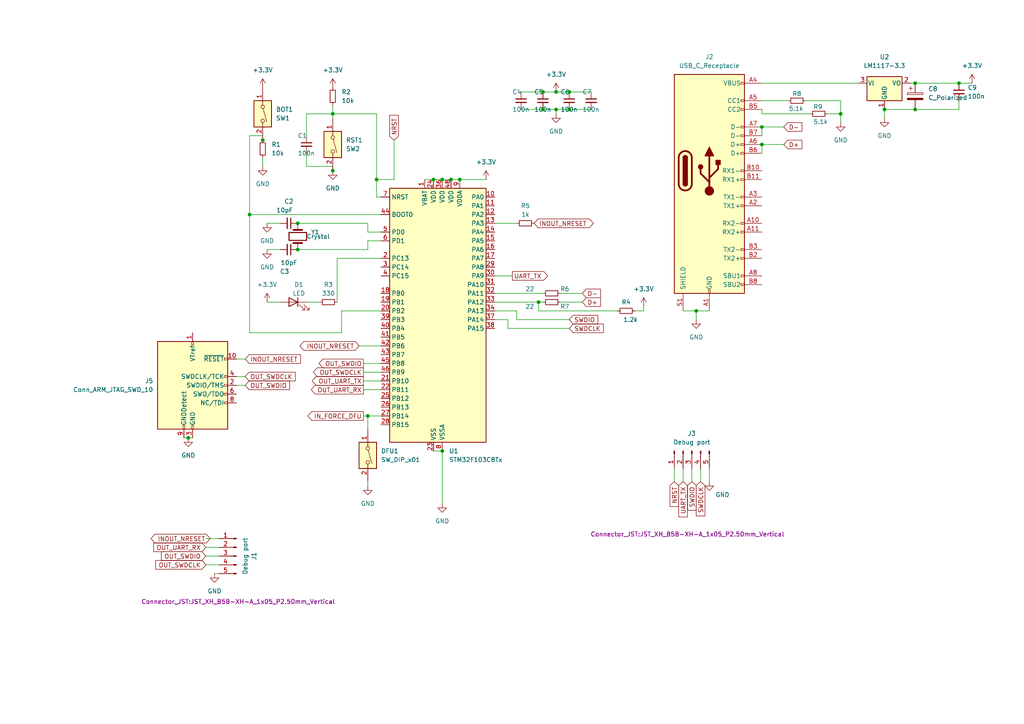
<source format=kicad_sch>
(kicad_sch (version 20240101) (generator "eeschema") (generator_version "8.99")
  (paper "A4")
  (lib_symbols
    (symbol "Connector:Conn_01x05_Male" (pin_names (offset 1.016) hide)
      (property "Reference" "J" (at 0 7.62 0))
      (property "Value" "Conn_01x05_Male" (at 0 -7.62 0))
      (symbol "Conn_01x05_Male_1_1"
        (polyline (pts (xy 1.27 -5.08) (xy 0.8636 -5.08)) (stroke (width 0.1524)))
        (polyline (pts (xy 1.27 -2.54) (xy 0.8636 -2.54)) (stroke (width 0.1524)))
        (polyline (pts (xy 1.27 0) (xy 0.8636 0)) (stroke (width 0.1524)))
        (polyline (pts (xy 1.27 2.54) (xy 0.8636 2.54)) (stroke (width 0.1524)))
        (polyline (pts (xy 1.27 5.08) (xy 0.8636 5.08)) (stroke (width 0.1524)))
        (rectangle (start 0.8636 -4.953) (end 0 -5.207) (stroke (width 0.1524)) (fill (type outline)))
        (rectangle (start 0.8636 -2.413) (end 0 -2.667) (stroke (width 0.1524)) (fill (type outline)))
        (rectangle (start 0.8636 0.127) (end 0 -0.127) (stroke (width 0.1524)) (fill (type outline)))
        (rectangle (start 0.8636 2.667) (end 0 2.413) (stroke (width 0.1524)) (fill (type outline)))
        (rectangle (start 0.8636 5.207) (end 0 4.953) (stroke (width 0.1524)) (fill (type outline)))
        (pin passive line (at 5.08 5.08 180) (length 3.81) (name "Pin_1") (number "1"))
        (pin passive line (at 5.08 2.54 180) (length 3.81) (name "Pin_2") (number "2"))
        (pin passive line (at 5.08 0 180) (length 3.81) (name "Pin_3") (number "3"))
        (pin passive line (at 5.08 -2.54 180) (length 3.81) (name "Pin_4") (number "4"))
        (pin passive line (at 5.08 -5.08 180) (length 3.81) (name "Pin_5") (number "5"))
      )
    )
    (symbol "Connector:Conn_ARM_JTAG_SWD_10" (pin_names (offset 1.016))
      (property "Reference" "J" (at -2.54 16.51 0))
      (property "Value" "Conn_ARM_JTAG_SWD_10" (at -2.54 13.97 0))
      (symbol "Conn_ARM_JTAG_SWD_10_0_1"
        (rectangle (start -10.16 12.7) (end 10.16 -12.7) (stroke (width 0.254)) (fill (type background)))
        (rectangle (start -2.794 -12.7) (end -2.286 -11.684))
        (rectangle (start -0.254 -12.7) (end 0.254 -11.684))
        (rectangle (start -0.254 12.7) (end 0.254 11.684))
        (rectangle (start 9.144 2.286) (end 10.16 2.794))
        (rectangle (start 10.16 -2.794) (end 9.144 -2.286))
        (rectangle (start 10.16 -0.254) (end 9.144 0.254))
        (rectangle (start 10.16 7.874) (end 9.144 7.366))
      )
      (symbol "Conn_ARM_JTAG_SWD_10_1_1"
        (rectangle (start 9.144 -5.334) (end 10.16 -4.826))
        (pin power_in line (at 0 15.24 270) (length 2.54) (name "VTref") (number "1"))
        (pin open_collector line (at 12.7 7.62 180) (length 2.54) (name "~{RESET}") (number "10"))
        (pin bidirectional line (at 12.7 0 180) (length 2.54) (name "SWDIO/TMS") (number "2"))
        (pin power_in line (at 0 -15.24 90) (length 2.54) (name "GND") (number "3"))
        (pin output line (at 12.7 2.54 180) (length 2.54) (name "SWDCLK/TCK") (number "4"))
        (pin passive line (at 0 -15.24 90) (length 2.54) hide (name "GND") (number "5"))
        (pin input line (at 12.7 -2.54 180) (length 2.54) (name "SWO/TDO") (number "6"))
        (pin no_connect line (at -10.16 0 0) (length 2.54) hide (name "KEY") (number "7"))
        (pin output line (at 12.7 -5.08 180) (length 2.54) (name "NC/TDI") (number "8"))
        (pin passive line (at -2.54 -15.24 90) (length 2.54) (name "GNDDetect") (number "9"))
      )
    )
    (symbol "Connector:USB_C_Receptacle" (pin_names (offset 1.016))
      (property "Reference" "J" (at -10.16 29.21 0))
      (property "Value" "USB_C_Receptacle" (at 10.16 29.21 0))
      (symbol "USB_C_Receptacle_0_0"
        (rectangle (start -0.254 -35.56) (end 0.254 -34.544))
        (rectangle (start 10.16 -32.766) (end 9.144 -33.274))
        (rectangle (start 10.16 -30.226) (end 9.144 -30.734))
        (rectangle (start 10.16 -25.146) (end 9.144 -25.654))
        (rectangle (start 10.16 -22.606) (end 9.144 -23.114))
        (rectangle (start 10.16 -17.526) (end 9.144 -18.034))
        (rectangle (start 10.16 -14.986) (end 9.144 -15.494))
        (rectangle (start 10.16 -9.906) (end 9.144 -10.414))
        (rectangle (start 10.16 -7.366) (end 9.144 -7.874))
        (rectangle (start 10.16 -2.286) (end 9.144 -2.794))
        (rectangle (start 10.16 0.254) (end 9.144 -0.254))
        (rectangle (start 10.16 5.334) (end 9.144 4.826))
        (rectangle (start 10.16 7.874) (end 9.144 7.366))
        (rectangle (start 10.16 10.414) (end 9.144 9.906))
        (rectangle (start 10.16 12.954) (end 9.144 12.446))
        (rectangle (start 10.16 18.034) (end 9.144 17.526))
        (rectangle (start 10.16 20.574) (end 9.144 20.066))
        (rectangle (start 10.16 25.654) (end 9.144 25.146))
      )
      (symbol "USB_C_Receptacle_0_1"
        (rectangle (start -10.16 27.94) (end 10.16 -35.56) (stroke (width 0.254)) (fill (type background)))
        (arc (start -8.89 -3.81) (mid -6.985 -5.7067) (end -5.08 -3.81) (stroke (width 0.508)))
        (arc (start -7.62 -3.81) (mid -6.985 -4.4423) (end -6.35 -3.81) (stroke (width 0.254)))
        (arc (start -7.62 -3.81) (mid -6.985 -4.4423) (end -6.35 -3.81) (stroke (width 0.254)) (fill (type outline)))
        (rectangle (start -7.62 -3.81) (end -6.35 3.81) (stroke (width 0.254)) (fill (type outline)))
        (arc (start -6.35 3.81) (mid -6.985 4.4423) (end -7.62 3.81) (stroke (width 0.254)))
        (arc (start -6.35 3.81) (mid -6.985 4.4423) (end -7.62 3.81) (stroke (width 0.254)) (fill (type outline)))
        (arc (start -5.08 3.81) (mid -6.985 5.7067) (end -8.89 3.81) (stroke (width 0.508)))
        (polyline (pts (xy -8.89 -3.81) (xy -8.89 3.81)) (stroke (width 0.508)))
        (polyline (pts (xy -5.08 3.81) (xy -5.08 -3.81)) (stroke (width 0.508)))
      )
      (symbol "USB_C_Receptacle_1_1"
        (circle (center -2.54 1.143) (radius 0.635) (stroke (width 0.254)) (fill (type outline)))
        (circle (center 0 -5.842) (radius 1.27) (fill (type outline)))
        (polyline (pts (xy 0 -5.842) (xy 0 4.318)) (stroke (width 0.508)))
        (polyline (pts (xy 0 -3.302) (xy -2.54 -0.762) (xy -2.54 0.508)) (stroke (width 0.508)))
        (polyline (pts (xy 0 -2.032) (xy 2.54 0.508) (xy 2.54 1.778)) (stroke (width 0.508)))
        (polyline (pts (xy -1.27 4.318) (xy 0 6.858) (xy 1.27 4.318) (xy -1.27 4.318)) (stroke (width 0.254)) (fill (type outline)))
        (rectangle (start 1.905 1.778) (end 3.175 3.048) (stroke (width 0.254)) (fill (type outline)))
        (pin passive line (at 0 -40.64 90) (length 5.08) (name "GND") (number "A1"))
        (pin bidirectional line (at 15.24 -15.24 180) (length 5.08) (name "RX2-") (number "A10"))
        (pin bidirectional line (at 15.24 -17.78 180) (length 5.08) (name "RX2+") (number "A11"))
        (pin passive line (at 0 -40.64 90) (length 5.08) hide (name "GND") (number "A12"))
        (pin bidirectional line (at 15.24 -10.16 180) (length 5.08) (name "TX1+") (number "A2"))
        (pin bidirectional line (at 15.24 -7.62 180) (length 5.08) (name "TX1-") (number "A3"))
        (pin passive line (at 15.24 25.4 180) (length 5.08) (name "VBUS") (number "A4"))
        (pin bidirectional line (at 15.24 20.32 180) (length 5.08) (name "CC1") (number "A5"))
        (pin bidirectional line (at 15.24 7.62 180) (length 5.08) (name "D+") (number "A6"))
        (pin bidirectional line (at 15.24 12.7 180) (length 5.08) (name "D-") (number "A7"))
        (pin bidirectional line (at 15.24 -30.48 180) (length 5.08) (name "SBU1") (number "A8"))
        (pin passive line (at 15.24 25.4 180) (length 5.08) hide (name "VBUS") (number "A9"))
        (pin passive line (at 0 -40.64 90) (length 5.08) hide (name "GND") (number "B1"))
        (pin bidirectional line (at 15.24 0 180) (length 5.08) (name "RX1-") (number "B10"))
        (pin bidirectional line (at 15.24 -2.54 180) (length 5.08) (name "RX1+") (number "B11"))
        (pin passive line (at 0 -40.64 90) (length 5.08) hide (name "GND") (number "B12"))
        (pin bidirectional line (at 15.24 -25.4 180) (length 5.08) (name "TX2+") (number "B2"))
        (pin bidirectional line (at 15.24 -22.86 180) (length 5.08) (name "TX2-") (number "B3"))
        (pin passive line (at 15.24 25.4 180) (length 5.08) hide (name "VBUS") (number "B4"))
        (pin bidirectional line (at 15.24 17.78 180) (length 5.08) (name "CC2") (number "B5"))
        (pin bidirectional line (at 15.24 5.08 180) (length 5.08) (name "D+") (number "B6"))
        (pin bidirectional line (at 15.24 10.16 180) (length 5.08) (name "D-") (number "B7"))
        (pin bidirectional line (at 15.24 -33.02 180) (length 5.08) (name "SBU2") (number "B8"))
        (pin passive line (at 15.24 25.4 180) (length 5.08) hide (name "VBUS") (number "B9"))
        (pin passive line (at -7.62 -40.64 90) (length 5.08) (name "SHIELD") (number "S1"))
      )
    )
    (symbol "Device:C_Polarized" (pin_numbers hide) (pin_names (offset 0.254))
      (property "Reference" "C" (at 0.635 2.54 0))
      (property "Value" "C_Polarized" (at 0.635 -2.54 0))
      (symbol "C_Polarized_0_1"
        (rectangle (start -2.286 0.508) (end 2.286 1.016))
        (polyline (pts (xy -1.778 2.286) (xy -0.762 2.286)))
        (polyline (pts (xy -1.27 2.794) (xy -1.27 1.778)))
        (rectangle (start 2.286 -0.508) (end -2.286 -1.016) (fill (type outline)))
      )
      (symbol "C_Polarized_1_1"
        (pin passive line (at 0 3.81 270) (length 2.794) (name "~") (number "1"))
        (pin passive line (at 0 -3.81 90) (length 2.794) (name "~") (number "2"))
      )
    )
    (symbol "Device:C_Small" (pin_numbers hide) (pin_names (offset 0.254) hide)
      (property "Reference" "C" (at 0.254 1.778 0))
      (property "Value" "C_Small" (at 0.254 -2.032 0))
      (symbol "C_Small_0_1"
        (polyline (pts (xy -1.524 -0.508) (xy 1.524 -0.508)) (stroke (width 0.3302)))
        (polyline (pts (xy -1.524 0.508) (xy 1.524 0.508)) (stroke (width 0.3048)))
      )
      (symbol "C_Small_1_1"
        (pin passive line (at 0 2.54 270) (length 2.032) (name "~") (number "1"))
        (pin passive line (at 0 -2.54 90) (length 2.032) (name "~") (number "2"))
      )
    )
    (symbol "Device:Crystal" (pin_numbers hide) (pin_names (offset 1.016) hide)
      (property "Reference" "Y" (at 0 3.81 0))
      (property "Value" "Crystal" (at 0 -3.81 0))
      (symbol "Crystal_0_1"
        (rectangle (start -1.143 2.54) (end 1.143 -2.54) (stroke (width 0.3048)))
        (polyline (pts (xy -2.54 0) (xy -1.905 0)))
        (polyline (pts (xy -1.905 -1.27) (xy -1.905 1.27)) (stroke (width 0.508)))
        (polyline (pts (xy 1.905 -1.27) (xy 1.905 1.27)) (stroke (width 0.508)))
        (polyline (pts (xy 2.54 0) (xy 1.905 0)))
      )
      (symbol "Crystal_1_1"
        (pin passive line (at -3.81 0 0) (length 1.27) (name "1") (number "1"))
        (pin passive line (at 3.81 0 180) (length 1.27) (name "2") (number "2"))
      )
    )
    (symbol "Device:LED" (pin_numbers hide) (pin_names (offset 1.016) hide)
      (property "Reference" "D" (at 0 2.54 0))
      (property "Value" "LED" (at 0 -2.54 0))
      (symbol "LED_0_1"
        (polyline (pts (xy -1.27 -1.27) (xy -1.27 1.27)) (stroke (width 0.254)))
        (polyline (pts (xy -1.27 0) (xy 1.27 0)))
        (polyline (pts (xy 1.27 -1.27) (xy 1.27 1.27) (xy -1.27 0) (xy 1.27 -1.27)) (stroke (width 0.254)))
        (polyline (pts (xy -3.048 -0.762) (xy -4.572 -2.286) (xy -3.81 -2.286) (xy -4.572 -2.286) (xy -4.572 -1.524)))
        (polyline (pts (xy -1.778 -0.762) (xy -3.302 -2.286) (xy -2.54 -2.286) (xy -3.302 -2.286) (xy -3.302 -1.524)))
      )
      (symbol "LED_1_1"
        (pin passive line (at -3.81 0 0) (length 2.54) (name "K") (number "1"))
        (pin passive line (at 3.81 0 180) (length 2.54) (name "A") (number "2"))
      )
    )
    (symbol "Device:R_Small" (pin_numbers hide) (pin_names (offset 0.254) hide)
      (property "Reference" "R" (at 0.762 0.508 0))
      (property "Value" "R_Small" (at 0.762 -1.016 0))
      (symbol "R_Small_0_1"
        (rectangle (start -0.762 1.778) (end 0.762 -1.778) (stroke (width 0.2032)))
      )
      (symbol "R_Small_1_1"
        (pin passive line (at 0 2.54 270) (length 0.762) (name "~") (number "1"))
        (pin passive line (at 0 -2.54 90) (length 0.762) (name "~") (number "2"))
      )
    )
    (symbol "MCU_ST_STM32F1:STM32F103CBTx"
      (property "Reference" "U" (at -12.7 39.37 0))
      (property "Value" "STM32F103CBTx" (at 10.16 39.37 0))
      (symbol "STM32F103CBTx_0_1"
        (rectangle (start -12.7 -35.56) (end 15.24 38.1) (stroke (width 0.254)) (fill (type background)))
      )
      (symbol "STM32F103CBTx_1_1"
        (pin power_in line (at -2.54 40.64 270) (length 2.54) (name "VBAT") (number "1"))
        (pin bidirectional line (at 17.78 35.56 180) (length 2.54) (name "PA0") (number "10"))
        (pin bidirectional line (at 17.78 33.02 180) (length 2.54) (name "PA1") (number "11"))
        (pin bidirectional line (at 17.78 30.48 180) (length 2.54) (name "PA2") (number "12"))
        (pin bidirectional line (at 17.78 27.94 180) (length 2.54) (name "PA3") (number "13"))
        (pin bidirectional line (at 17.78 25.4 180) (length 2.54) (name "PA4") (number "14"))
        (pin bidirectional line (at 17.78 22.86 180) (length 2.54) (name "PA5") (number "15"))
        (pin bidirectional line (at 17.78 20.32 180) (length 2.54) (name "PA6") (number "16"))
        (pin bidirectional line (at 17.78 17.78 180) (length 2.54) (name "PA7") (number "17"))
        (pin bidirectional line (at -15.24 7.62 0) (length 2.54) (name "PB0") (number "18"))
        (pin bidirectional line (at -15.24 5.08 0) (length 2.54) (name "PB1") (number "19"))
        (pin bidirectional line (at -15.24 17.78 0) (length 2.54) (name "PC13") (number "2"))
        (pin bidirectional line (at -15.24 2.54 0) (length 2.54) (name "PB2") (number "20"))
        (pin bidirectional line (at -15.24 -17.78 0) (length 2.54) (name "PB10") (number "21"))
        (pin bidirectional line (at -15.24 -20.32 0) (length 2.54) (name "PB11") (number "22"))
        (pin power_in line (at 0 -38.1 90) (length 2.54) (name "VSS") (number "23"))
        (pin power_in line (at 0 40.64 270) (length 2.54) (name "VDD") (number "24"))
        (pin bidirectional line (at -15.24 -22.86 0) (length 2.54) (name "PB12") (number "25"))
        (pin bidirectional line (at -15.24 -25.4 0) (length 2.54) (name "PB13") (number "26"))
        (pin bidirectional line (at -15.24 -27.94 0) (length 2.54) (name "PB14") (number "27"))
        (pin bidirectional line (at -15.24 -30.48 0) (length 2.54) (name "PB15") (number "28"))
        (pin bidirectional line (at 17.78 15.24 180) (length 2.54) (name "PA8") (number "29"))
        (pin bidirectional line (at -15.24 15.24 0) (length 2.54) (name "PC14") (number "3"))
        (pin bidirectional line (at 17.78 12.7 180) (length 2.54) (name "PA9") (number "30"))
        (pin bidirectional line (at 17.78 10.16 180) (length 2.54) (name "PA10") (number "31"))
        (pin bidirectional line (at 17.78 7.62 180) (length 2.54) (name "PA11") (number "32"))
        (pin bidirectional line (at 17.78 5.08 180) (length 2.54) (name "PA12") (number "33"))
        (pin bidirectional line (at 17.78 2.54 180) (length 2.54) (name "PA13") (number "34"))
        (pin passive line (at 0 -38.1 90) (length 2.54) hide (name "VSS") (number "35"))
        (pin power_in line (at 2.54 40.64 270) (length 2.54) (name "VDD") (number "36"))
        (pin bidirectional line (at 17.78 0 180) (length 2.54) (name "PA14") (number "37"))
        (pin bidirectional line (at 17.78 -2.54 180) (length 2.54) (name "PA15") (number "38"))
        (pin bidirectional line (at -15.24 0 0) (length 2.54) (name "PB3") (number "39"))
        (pin bidirectional line (at -15.24 12.7 0) (length 2.54) (name "PC15") (number "4"))
        (pin bidirectional line (at -15.24 -2.54 0) (length 2.54) (name "PB4") (number "40"))
        (pin bidirectional line (at -15.24 -5.08 0) (length 2.54) (name "PB5") (number "41"))
        (pin bidirectional line (at -15.24 -7.62 0) (length 2.54) (name "PB6") (number "42"))
        (pin bidirectional line (at -15.24 -10.16 0) (length 2.54) (name "PB7") (number "43"))
        (pin input line (at -15.24 30.48 0) (length 2.54) (name "BOOT0") (number "44"))
        (pin bidirectional line (at -15.24 -12.7 0) (length 2.54) (name "PB8") (number "45"))
        (pin bidirectional line (at -15.24 -15.24 0) (length 2.54) (name "PB9") (number "46"))
        (pin passive line (at 0 -38.1 90) (length 2.54) hide (name "VSS") (number "47"))
        (pin power_in line (at 5.08 40.64 270) (length 2.54) (name "VDD") (number "48"))
        (pin bidirectional line (at -15.24 25.4 0) (length 2.54) (name "PD0") (number "5"))
        (pin bidirectional line (at -15.24 22.86 0) (length 2.54) (name "PD1") (number "6"))
        (pin input line (at -15.24 35.56 0) (length 2.54) (name "NRST") (number "7"))
        (pin power_in line (at 2.54 -38.1 90) (length 2.54) (name "VSSA") (number "8"))
        (pin power_in line (at 7.62 40.64 270) (length 2.54) (name "VDDA") (number "9"))
      )
    )
    (symbol "Regulator_Linear:LM1117-3.3" (pin_names (offset 0.254))
      (property "Reference" "U" (at -3.81 3.175 0))
      (property "Value" "LM1117-3.3" (at 0 3.175 0))
      (symbol "LM1117-3.3_0_1"
        (rectangle (start -5.08 -5.08) (end 5.08 1.905) (stroke (width 0.254)) (fill (type background)))
      )
      (symbol "LM1117-3.3_1_1"
        (pin power_in line (at 0 -7.62 90) (length 2.54) (name "GND") (number "1"))
        (pin power_out line (at 7.62 0 180) (length 2.54) (name "VO") (number "2"))
        (pin power_in line (at -7.62 0 0) (length 2.54) (name "VI") (number "3"))
      )
    )
    (symbol "Switch:SW_DIP_x01" (pin_names (offset 0) hide)
      (property "Reference" "SW" (at 0 3.81 0))
      (property "Value" "SW_DIP_x01" (at 0 -3.81 0))
      (symbol "SW_DIP_x01_0_0"
        (circle (center -2.032 0) (radius 0.508))
        (polyline (pts (xy -1.524 0.127) (xy 2.3622 1.1684)))
        (circle (center 2.032 0) (radius 0.508))
      )
      (symbol "SW_DIP_x01_0_1"
        (rectangle (start -3.81 2.54) (end 3.81 -2.54) (stroke (width 0.254)) (fill (type background)))
      )
      (symbol "SW_DIP_x01_1_1"
        (pin passive line (at -7.62 0 0) (length 5.08) (name "~") (number "1"))
        (pin passive line (at 7.62 0 180) (length 5.08) (name "~") (number "2"))
      )
    )
    (symbol "power:+3.3V" (power) (pin_names (offset 0))
      (property "Value" "+3.3V" (at 0 3.556 0))
      (symbol "+3.3V_0_1"
        (polyline (pts (xy -0.762 1.27) (xy 0 2.54)))
        (polyline (pts (xy 0 0) (xy 0 2.54)))
        (polyline (pts (xy 0 2.54) (xy 0.762 1.27)))
      )
      (symbol "+3.3V_1_1"
        (pin power_in line (at 0 0 90) (length 0) hide (name "+3.3V") (number "1"))
      )
    )
    (symbol "power:GND" (power) (pin_names (offset 0))
      (property "Value" "GND" (at 0 -3.81 0))
      (symbol "GND_0_1"
        (polyline (pts (xy 0 0) (xy 0 -1.27) (xy 1.27 -1.27) (xy 0 -2.54) (xy -1.27 -1.27) (xy 0 -1.27)))
      )
      (symbol "GND_1_1"
        (pin power_in line (at 0 0 270) (length 0) hide (name "GND") (number "1"))
      )
    )
  )
  (junction (at 157.48 31.75))
  (junction (at 165.1 26.67))
  (junction (at 86.36 72.39))
  (junction (at 54.61 127))
  (junction (at 157.48 26.67))
  (junction (at 96.52 33.02))
  (junction (at 161.29 26.67))
  (junction (at 130.81 52.07))
  (junction (at 76.2 40.64))
  (junction (at 220.98 41.91))
  (junction (at 220.98 36.83))
  (junction (at 156.21 87.63))
  (junction (at 265.43 24.13))
  (junction (at 86.36 64.77))
  (junction (at 256.54 31.75))
  (junction (at 128.27 130.81))
  (junction (at 128.27 52.07))
  (junction (at 243.84 33.02))
  (junction (at 278.13 24.13))
  (junction (at 109.22 52.07))
  (junction (at 265.43 31.75))
  (junction (at 165.1 31.75))
  (junction (at 125.73 52.07))
  (junction (at 96.52 49.53))
  (junction (at 133.35 52.07))
  (junction (at 106.68 120.65))
  (junction (at 72.39 62.23))
  (junction (at 201.93 90.17))
  (junction (at 161.29 31.75))
  (wire (pts (xy 143.51 80.01) (xy 148.59 80.01)))
  (wire (pts (xy 128.27 52.07) (xy 130.81 52.07)))
  (wire (pts (xy 106.68 67.31) (xy 110.49 67.31)))
  (wire (pts (xy 157.48 31.75) (xy 161.29 31.75)))
  (wire (pts (xy 106.68 120.65) (xy 106.68 124.46)))
  (wire (pts (xy 265.43 31.75) (xy 278.13 31.75)))
  (wire (pts (xy 162.56 85.09) (xy 168.91 85.09)))
  (wire (pts (xy 96.52 30.48) (xy 96.52 33.02)))
  (wire (pts (xy 256.54 31.75) (xy 265.43 31.75)))
  (wire (pts (xy 265.43 24.13) (xy 278.13 24.13)))
  (wire (pts (xy 106.68 72.39) (xy 106.68 69.85)))
  (wire (pts (xy 96.52 33.02) (xy 109.22 33.02)))
  (wire (pts (xy 220.98 24.13) (xy 248.92 24.13)))
  (wire (pts (xy 125.73 130.81) (xy 128.27 130.81)))
  (wire (pts (xy 59.69 156.21) (xy 63.5 156.21)))
  (wire (pts (xy 99.06 90.17) (xy 110.49 90.17)))
  (wire (pts (xy 278.13 24.13) (xy 281.94 24.13)))
  (wire (pts (xy 278.13 29.21) (xy 278.13 31.75)))
  (wire (pts (xy 62.23 166.37) (xy 63.5 166.37)))
  (wire (pts (xy 256.54 31.75) (xy 256.54 34.29)))
  (wire (pts (xy 97.79 74.93) (xy 97.79 87.63)))
  (wire (pts (xy 200.66 135.89) (xy 200.66 139.7)))
  (wire (pts (xy 233.68 29.21) (xy 243.84 29.21)))
  (wire (pts (xy 96.52 48.26) (xy 96.52 49.53)))
  (wire (pts (xy 156.21 87.63) (xy 156.21 90.17)))
  (wire (pts (xy 114.3 40.64) (xy 114.3 52.07)))
  (wire (pts (xy 220.98 36.83) (xy 227.33 36.83)))
  (wire (pts (xy 203.2 135.89) (xy 203.2 139.7)))
  (wire (pts (xy 68.58 104.14) (xy 71.12 104.14)))
  (wire (pts (xy 220.98 33.02) (xy 220.98 31.75)))
  (wire (pts (xy 201.93 90.17) (xy 205.74 90.17)))
  (wire (pts (xy 133.35 52.07) (xy 140.97 52.07)))
  (wire (pts (xy 88.9 39.37) (xy 88.9 33.02)))
  (wire (pts (xy 88.9 87.63) (xy 92.71 87.63)))
  (wire (pts (xy 76.2 39.37) (xy 76.2 40.64)))
  (wire (pts (xy 88.9 44.45) (xy 88.9 48.26)))
  (wire (pts (xy 143.51 64.77) (xy 149.86 64.77)))
  (wire (pts (xy 53.34 127) (xy 54.61 127)))
  (wire (pts (xy 109.22 52.07) (xy 109.22 57.15)))
  (wire (pts (xy 106.68 64.77) (xy 106.68 67.31)))
  (wire (pts (xy 186.69 88.9) (xy 186.69 90.17)))
  (wire (pts (xy 59.69 161.29) (xy 63.5 161.29)))
  (wire (pts (xy 220.98 41.91) (xy 220.98 44.45)))
  (wire (pts (xy 68.58 111.76) (xy 71.12 111.76)))
  (wire (pts (xy 72.39 62.23) (xy 110.49 62.23)))
  (wire (pts (xy 143.51 92.71) (xy 147.32 92.71)))
  (wire (pts (xy 76.2 45.72) (xy 76.2 48.26)))
  (wire (pts (xy 123.19 52.07) (xy 125.73 52.07)))
  (wire (pts (xy 109.22 57.15) (xy 110.49 57.15)))
  (wire (pts (xy 161.29 31.75) (xy 165.1 31.75)))
  (wire (pts (xy 106.68 69.85) (xy 110.49 69.85)))
  (wire (pts (xy 128.27 130.81) (xy 128.27 146.05)))
  (wire (pts (xy 161.29 31.75) (xy 161.29 33.02)))
  (wire (pts (xy 243.84 33.02) (xy 243.84 35.56)))
  (wire (pts (xy 88.9 33.02) (xy 96.52 33.02)))
  (wire (pts (xy 54.61 127) (xy 55.88 127)))
  (wire (pts (xy 72.39 39.37) (xy 76.2 39.37)))
  (wire (pts (xy 104.14 100.33) (xy 110.49 100.33)))
  (wire (pts (xy 149.86 92.71) (xy 165.1 92.71)))
  (wire (pts (xy 96.52 33.02) (xy 96.52 34.29)))
  (wire (pts (xy 72.39 39.37) (xy 72.39 62.23)))
  (wire (pts (xy 59.69 158.75) (xy 63.5 158.75)))
  (wire (pts (xy 106.68 120.65) (xy 110.49 120.65)))
  (wire (pts (xy 161.29 26.67) (xy 165.1 26.67)))
  (wire (pts (xy 198.12 135.89) (xy 198.12 139.7)))
  (wire (pts (xy 88.9 48.26) (xy 96.52 48.26)))
  (wire (pts (xy 105.41 110.49) (xy 110.49 110.49)))
  (wire (pts (xy 77.47 72.39) (xy 81.28 72.39)))
  (wire (pts (xy 201.93 90.17) (xy 201.93 92.71)))
  (wire (pts (xy 125.73 52.07) (xy 128.27 52.07)))
  (wire (pts (xy 234.95 33.02) (xy 220.98 33.02)))
  (wire (pts (xy 105.41 113.03) (xy 110.49 113.03)))
  (wire (pts (xy 151.13 31.75) (xy 157.48 31.75)))
  (wire (pts (xy 179.07 90.17) (xy 156.21 90.17)))
  (wire (pts (xy 77.47 87.63) (xy 81.28 87.63)))
  (wire (pts (xy 220.98 41.91) (xy 227.33 41.91)))
  (wire (pts (xy 147.32 95.25) (xy 165.1 95.25)))
  (wire (pts (xy 86.36 72.39) (xy 106.68 72.39)))
  (wire (pts (xy 205.74 135.89) (xy 205.74 139.7)))
  (wire (pts (xy 114.3 52.07) (xy 109.22 52.07)))
  (wire (pts (xy 109.22 33.02) (xy 109.22 52.07)))
  (wire (pts (xy 86.36 64.77) (xy 106.68 64.77)))
  (wire (pts (xy 162.56 87.63) (xy 168.91 87.63)))
  (wire (pts (xy 220.98 29.21) (xy 228.6 29.21)))
  (wire (pts (xy 59.69 163.83) (xy 63.5 163.83)))
  (wire (pts (xy 110.49 74.93) (xy 97.79 74.93)))
  (wire (pts (xy 198.12 90.17) (xy 201.93 90.17)))
  (wire (pts (xy 195.58 135.89) (xy 195.58 139.7)))
  (wire (pts (xy 143.51 87.63) (xy 156.21 87.63)))
  (wire (pts (xy 143.51 85.09) (xy 157.48 85.09)))
  (wire (pts (xy 68.58 109.22) (xy 71.12 109.22)))
  (wire (pts (xy 165.1 31.75) (xy 171.45 31.75)))
  (wire (pts (xy 130.81 52.07) (xy 133.35 52.07)))
  (wire (pts (xy 240.03 33.02) (xy 243.84 33.02)))
  (wire (pts (xy 165.1 26.67) (xy 171.45 26.67)))
  (wire (pts (xy 184.15 90.17) (xy 186.69 90.17)))
  (wire (pts (xy 220.98 36.83) (xy 220.98 39.37)))
  (wire (pts (xy 147.32 95.25) (xy 147.32 92.71)))
  (wire (pts (xy 264.16 24.13) (xy 265.43 24.13)))
  (wire (pts (xy 157.48 26.67) (xy 161.29 26.67)))
  (wire (pts (xy 72.39 62.23) (xy 72.39 96.52)))
  (wire (pts (xy 105.41 107.95) (xy 110.49 107.95)))
  (wire (pts (xy 99.06 90.17) (xy 99.06 96.52)))
  (wire (pts (xy 243.84 29.21) (xy 243.84 33.02)))
  (wire (pts (xy 149.86 90.17) (xy 149.86 92.71)))
  (wire (pts (xy 77.47 64.77) (xy 81.28 64.77)))
  (wire (pts (xy 105.41 105.41) (xy 110.49 105.41)))
  (wire (pts (xy 151.13 26.67) (xy 157.48 26.67)))
  (wire (pts (xy 106.68 139.7) (xy 106.68 140.97)))
  (wire (pts (xy 143.51 90.17) (xy 149.86 90.17)))
  (wire (pts (xy 156.21 87.63) (xy 157.48 87.63)))
  (wire (pts (xy 99.06 96.52) (xy 72.39 96.52)))
  (wire (pts (xy 105.41 120.65) (xy 106.68 120.65)))
  (global_label "NRST" (shape input) (at 114.3 40.64 90) (property "Intersheetrefs" "${INTERSHEET_REFS}" (effects (hide yes))))
  (global_label "SWDCLK" (shape input) (at 165.1 95.25 0) (property "Intersheetrefs" "${INTERSHEET_REFS}" (effects (hide yes))))
  (global_label "OUT_SWDIO" (shape input) (at 59.69 161.29 180) (property "Intersheetrefs" "${INTERSHEET_REFS}" (effects (hide yes))))
  (global_label "OUT_SWDIO" (shape input) (at 71.12 111.76 0) (property "Intersheetrefs" "${INTERSHEET_REFS}" (effects (hide yes))))
  (global_label "D-" (shape input) (at 168.91 85.09 0) (property "Intersheetrefs" "${INTERSHEET_REFS}" (effects (hide yes))))
  (global_label "INOUT_NRESET" (shape input) (at 71.12 104.14 0) (property "Intersheetrefs" "${INTERSHEET_REFS}" (effects (hide yes))))
  (global_label "OUT_UART_RX" (shape input) (at 59.69 158.75 180) (property "Intersheetrefs" "${INTERSHEET_REFS}" (effects (hide yes))))
  (global_label "OUT_UART_RX" (shape output) (at 105.41 113.03 180) (property "Intersheetrefs" "${INTERSHEET_REFS}" (effects (hide yes))))
  (global_label "OUT_SWDCLK" (shape input) (at 59.69 163.83 180) (property "Intersheetrefs" "${INTERSHEET_REFS}" (effects (hide yes))))
  (global_label "OUT_UART_TX" (shape output) (at 105.41 110.49 180) (property "Intersheetrefs" "${INTERSHEET_REFS}" (effects (hide yes))))
  (global_label "UART_TX" (shape output) (at 148.59 80.01 0) (property "Intersheetrefs" "${INTERSHEET_REFS}" (effects (hide yes))))
  (global_label "OUT_SWDCLK" (shape output) (at 105.41 107.95 180) (property "Intersheetrefs" "${INTERSHEET_REFS}" (effects (hide yes))))
  (global_label "UART_TX" (shape input) (at 198.12 139.7 270) (property "Intersheetrefs" "${INTERSHEET_REFS}" (effects (hide yes))))
  (global_label "D+" (shape input) (at 168.91 87.63 0) (property "Intersheetrefs" "${INTERSHEET_REFS}" (effects (hide yes))))
  (global_label "SWDCLK" (shape input) (at 203.2 139.7 270) (property "Intersheetrefs" "${INTERSHEET_REFS}" (effects (hide yes))))
  (global_label "SWDIO" (shape input) (at 200.66 139.7 270) (property "Intersheetrefs" "${INTERSHEET_REFS}" (effects (hide yes))))
  (global_label "OUT_SWDCLK" (shape input) (at 71.12 109.22 0) (property "Intersheetrefs" "${INTERSHEET_REFS}" (effects (hide yes))))
  (global_label "INOUT_NRESET" (shape bidirectional) (at 104.14 100.33 180) (property "Intersheetrefs" "${INTERSHEET_REFS}" (effects (hide yes))))
  (global_label "OUT_SWDIO" (shape output) (at 105.41 105.41 180) (property "Intersheetrefs" "${INTERSHEET_REFS}" (effects (hide yes))))
  (global_label "IN_FORCE_DFU" (shape output) (at 105.41 120.65 180) (property "Intersheetrefs" "${INTERSHEET_REFS}" (effects (hide yes))))
  (global_label "SWDIO" (shape input) (at 165.1 92.71 0) (property "Intersheetrefs" "${INTERSHEET_REFS}" (effects (hide yes))))
  (global_label "INOUT_NRESET" (shape bidirectional) (at 60.96 156.21 180) (property "Intersheetrefs" "${INTERSHEET_REFS}" (effects (hide yes))))
  (global_label "D+" (shape input) (at 227.33 41.91 0) (property "Intersheetrefs" "${INTERSHEET_REFS}" (effects (hide yes))))
  (global_label "D-" (shape input) (at 227.33 36.83 0) (property "Intersheetrefs" "${INTERSHEET_REFS}" (effects (hide yes))))
  (global_label "NRST" (shape input) (at 195.58 139.7 270) (property "Intersheetrefs" "${INTERSHEET_REFS}" (effects (hide yes))))
  (global_label "INOUT_NRESET" (shape bidirectional) (at 154.94 64.77 0) (property "Intersheetrefs" "${INTERSHEET_REFS}" (effects (hide yes))))
  (symbol (lib_id "power:GND") (at 54.61 127 0) (unit 1)
    (property "Reference" "#PWR04" (effects (hide yes)))
    (property "Value" "GND" (at 54.61 132.08 0))
  )
  (symbol (lib_id "Device:C_Small") (at 165.1 29.21 0) (unit 1)
    (property "Reference" "C6" (at 162.56 26.67 0) (effects (justify left)))
    (property "Value" "100n" (at 162.56 31.75 0) (effects (justify left)))
    (property "Footprint" "Resistor_SMD:R_0603_1608Metric" (effects (hide yes)))
  )
  (symbol (lib_id "Device:C_Small") (at 83.82 72.39 270) (unit 1)
    (property "Reference" "C3" (at 82.55 78.74 90))
    (property "Value" "10pF" (at 83.82 76.2 90))
    (property "Footprint" "Resistor_SMD:R_0603_1608Metric" (effects (hide yes)))
  )
  (symbol (lib_id "power:+3.3V") (at 186.69 88.9 0) (unit 1)
    (property "Reference" "#PWR01" (effects (hide yes)))
    (property "Value" "+3.3V" (at 186.69 83.82 0))
  )
  (symbol (lib_id "Switch:SW_DIP_x01") (at 106.68 132.08 270) (unit 1)
    (property "Reference" "DFU1" (at 110.49 130.81 90) (effects (justify left)))
    (property "Value" "SW_DIP_x01" (at 110.49 133.35 90) (effects (justify left)))
    (property "Footprint" "Button_Switch_SMD:SW_SPST_CK_RS282G05A3" (effects (hide yes)))
  )
  (symbol (lib_id "power:GND") (at 201.93 92.71 0) (unit 1)
    (property "Reference" "#PWR0112" (effects (hide yes)))
    (property "Value" "GND" (at 201.93 97.79 0))
  )
  (symbol (lib_id "Switch:SW_DIP_x01") (at 96.52 41.91 270) (unit 1)
    (property "Reference" "RST1" (at 100.33 40.64 90) (effects (justify left)))
    (property "Value" "SW2" (at 100.33 43.18 90) (effects (justify left)))
    (property "Footprint" "Button_Switch_SMD:SW_SPST_CK_RS282G05A3" (effects (hide yes)))
  )
  (symbol (lib_id "Device:R_Small") (at 76.2 43.18 0) (unit 1)
    (property "Reference" "R1" (at 78.74 41.9099 0) (effects (justify left)))
    (property "Value" "10k" (at 78.74 44.4499 0) (effects (justify left)))
    (property "Footprint" "Resistor_SMD:R_0603_1608Metric" (effects (hide yes)))
  )
  (symbol (lib_id "Connector:Conn_01x05_Male") (at 68.58 161.29 0) (mirror y) (unit 1)
    (property "Reference" "J1" (at 73.66 161.29 90))
    (property "Value" "Debug port" (at 71.12 161.29 90))
    (property "Footprint" "Connector_JST:JST_XH_B5B-XH-A_1x05_P2.50mm_Vertical" (at 69.088 174.498 0))
  )
  (symbol (lib_id "Device:R_Small") (at 160.02 85.09 270) (unit 1)
    (property "Reference" "R6" (at 163.83 83.82 90))
    (property "Value" "22" (at 153.67 83.82 90))
    (property "Footprint" "Resistor_SMD:R_0603_1608Metric" (effects (hide yes)))
  )
  (symbol (lib_id "power:GND") (at 256.54 34.29 0) (unit 1)
    (property "Reference" "#PWR0111" (effects (hide yes)))
    (property "Value" "GND" (at 256.54 39.37 0))
  )
  (symbol (lib_id "power:GND") (at 76.2 48.26 0) (unit 1)
    (property "Reference" "#PWR02" (effects (hide yes)))
    (property "Value" "GND" (at 76.2 53.34 0))
  )
  (symbol (lib_id "power:GND") (at 62.23 166.37 0) (unit 1)
    (property "Reference" "#PWR0107" (effects (hide yes)))
    (property "Value" "GND" (at 62.23 171.45 0))
  )
  (symbol (lib_id "Device:C_Small") (at 171.45 29.21 0) (unit 1)
    (property "Reference" "C7" (at 168.91 26.67 0) (effects (justify left)))
    (property "Value" "100n" (at 168.91 31.75 0) (effects (justify left)))
    (property "Footprint" "Resistor_SMD:R_0603_1608Metric" (effects (hide yes)))
  )
  (symbol (lib_id "power:GND") (at 243.84 35.56 0) (unit 1)
    (property "Reference" "#PWR05" (effects (hide yes)))
    (property "Value" "GND" (at 243.84 40.64 0))
  )
  (symbol (lib_id "Device:C_Small") (at 278.13 26.67 0) (unit 1)
    (property "Reference" "C9" (at 280.67 25.4062 0) (effects (justify left)))
    (property "Value" "100n" (at 280.67 27.9462 0) (effects (justify left)))
    (property "Footprint" "Resistor_SMD:R_0603_1608Metric" (effects (hide yes)))
  )
  (symbol (lib_id "Device:LED") (at 85.09 87.63 0) (mirror y) (unit 1)
    (property "Reference" "D1" (at 86.6775 82.55 0))
    (property "Value" "LED" (at 86.6775 85.09 0))
    (property "Footprint" "Diode_SMD:D_0805_2012Metric" (effects (hide yes)))
  )
  (symbol (lib_id "power:+3.3V") (at 281.94 24.13 0) (unit 1)
    (property "Reference" "#PWR0113" (effects (hide yes)))
    (property "Value" "+3.3V" (at 281.94 19.05 0))
  )
  (symbol (lib_id "Regulator_Linear:LM1117-3.3") (at 256.54 24.13 0) (unit 1)
    (property "Reference" "U2" (at 256.54 16.51 0))
    (property "Value" "LM1117-3.3" (at 256.54 19.05 0))
    (property "Footprint" "Package_TO_SOT_SMD:SOT-223" (effects (hide yes)))
    (property "Datasheet" "http://www.ti.com/lit/ds/symlink/lm1117.pdf" (effects (hide yes)))
  )
  (symbol (lib_id "Device:C_Polarized") (at 265.43 27.94 0) (unit 1)
    (property "Reference" "C8" (at 269.24 25.7809 0) (effects (justify left)))
    (property "Value" "C_Polarized" (at 269.24 28.3209 0) (effects (justify left)))
    (property "Footprint" "Capacitor_THT:CP_Radial_D4.0mm_P2.00mm" (effects (hide yes)))
  )
  (symbol (lib_id "Device:C_Small") (at 157.48 29.21 0) (unit 1)
    (property "Reference" "C5" (at 154.94 26.67 0) (effects (justify left)))
    (property "Value" "100n" (at 154.94 31.75 0) (effects (justify left)))
    (property "Footprint" "Resistor_SMD:R_0603_1608Metric" (effects (hide yes)))
  )
  (symbol (lib_id "Device:R_Small") (at 231.14 29.21 270) (unit 1)
    (property "Reference" "R8" (at 231.14 27.178 90))
    (property "Value" "5.1k" (at 230.886 31.496 90))
    (property "Footprint" "Resistor_SMD:R_0603_1608Metric" (effects (hide yes)))
  )
  (symbol (lib_id "power:+3.3V") (at 161.29 26.67 0) (unit 1)
    (property "Reference" "#PWR0105" (effects (hide yes)))
    (property "Value" "+3.3V" (at 161.29 21.59 0))
  )
  (symbol (lib_id "power:+3.3V") (at 77.47 87.63 0) (unit 1)
    (property "Reference" "#PWR0110" (effects (hide yes)))
    (property "Value" "+3.3V" (at 77.47 82.55 0))
  )
  (symbol (lib_id "power:GND") (at 106.68 140.97 0) (unit 1)
    (property "Reference" "#PWR03" (effects (hide yes)))
    (property "Value" "GND" (at 106.68 146.05 0))
  )
  (symbol (lib_id "Connector:Conn_ARM_JTAG_SWD_10") (at 55.88 111.76 0) (unit 1)
    (property "Reference" "J5" (at 44.45 110.4899 0) (effects (justify right)))
    (property "Value" "Conn_ARM_JTAG_SWD_10" (at 44.45 113.0299 0) (effects (justify right)))
    (property "Footprint" "Connector_PinHeader_1.27mm:PinHeader_2x05_P1.27mm_Vertical_SMD" (effects (hide yes)))
    (property "Datasheet" "http://infocenter.arm.com/help/topic/com.arm.doc.ddi0314h/DDI0314H_coresight_components_trm.pdf" (effects (hide yes)))
    (property "Description" "Cortex Debug Connector, standard ARM Cortex-M SWD and JTAG interface" (effects (hide yes)))
  )
  (symbol (lib_id "Device:R_Small") (at 96.52 27.94 0) (unit 1)
    (property "Reference" "R2" (at 99.06 26.67 0) (effects (justify left)))
    (property "Value" "10k" (at 99.06 29.21 0) (effects (justify left)))
    (property "Footprint" "Resistor_SMD:R_0603_1608Metric" (effects (hide yes)))
  )
  (symbol (lib_id "power:GND") (at 128.27 146.05 0) (unit 1)
    (property "Reference" "#PWR0101" (effects (hide yes)))
    (property "Value" "GND" (at 128.27 151.13 0))
  )
  (symbol (lib_id "Device:C_Small") (at 151.13 29.21 0) (unit 1)
    (property "Reference" "C4" (at 148.59 26.67 0) (effects (justify left)))
    (property "Value" "100n" (at 148.59 31.75 0) (effects (justify left)))
    (property "Footprint" "Resistor_SMD:R_0603_1608Metric" (effects (hide yes)))
  )
  (symbol (lib_id "Connector:Conn_01x05_Male") (at 200.66 130.81 90) (mirror x) (unit 1)
    (property "Reference" "J3" (at 200.66 125.73 90))
    (property "Value" "Debug port" (at 200.66 128.27 90))
    (property "Footprint" "Connector_JST:JST_XH_B5B-XH-A_1x05_P2.50mm_Vertical" (at 199.39 154.94 90))
  )
  (symbol (lib_id "Device:C_Small") (at 88.9 41.91 0) (unit 1)
    (property "Reference" "C1" (at 86.36 39.37 0) (effects (justify left)))
    (property "Value" "100n" (at 86.36 44.45 0) (effects (justify left)))
    (property "Footprint" "Resistor_SMD:R_0603_1608Metric" (effects (hide yes)))
  )
  (symbol (lib_id "power:GND") (at 77.47 64.77 0) (unit 1)
    (property "Reference" "#PWR0108" (effects (hide yes)))
    (property "Value" "GND" (at 77.47 69.85 0))
  )
  (symbol (lib_id "power:GND") (at 77.47 72.39 0) (unit 1)
    (property "Reference" "#PWR0109" (effects (hide yes)))
    (property "Value" "GND" (at 77.47 77.47 0))
  )
  (symbol (lib_id "Connector:USB_C_Receptacle") (at 205.74 49.53 0) (unit 1)
    (property "Reference" "J2" (at 205.74 16.51 0))
    (property "Value" "USB_C_Receptacle" (at 205.74 19.05 0))
    (property "Footprint" "Connector_USB:USB_C_Receptacle_Palconn_UTC16-G" (effects (hide yes)))
    (property "Datasheet" "https://www.usb.org/sites/default/files/documents/usb_type-c.zip" (effects (hide yes)))
    (property "Description" "USB Full-Featured Type-C Receptacle connector" (effects (hide yes)))
  )
  (symbol (lib_id "Device:R_Small") (at 237.49 33.02 270) (unit 1)
    (property "Reference" "R9" (at 237.236 30.988 90))
    (property "Value" "5.1k" (at 237.998 35.306 90))
    (property "Footprint" "Resistor_SMD:R_0603_1608Metric" (effects (hide yes)))
  )
  (symbol (lib_id "Device:Crystal") (at 86.36 68.58 270) (unit 1)
    (property "Reference" "Y1" (at 90.17 67.3099 90) (effects (justify left)))
    (property "Value" "Crystal" (at 88.9 68.58 90) (effects (justify left)))
    (property "Footprint" "Crystal:Crystal_HC49-U_Vertical" (effects (hide yes)))
  )
  (symbol (lib_id "MCU_ST_STM32F1:STM32F103CBTx") (at 125.73 92.71 0) (unit 1)
    (property "Reference" "U1" (at 130.2259 130.81 0) (effects (justify left)))
    (property "Value" "STM32F103CBTx" (at 130.2259 133.35 0) (effects (justify left)))
    (property "Footprint" "Package_QFP:LQFP-48_7x7mm_P0.5mm" (effects (hide yes)))
    (property "Datasheet" "https://www.st.com/resource/en/datasheet/stm32f103cb.pdf" (effects (hide yes)))
  )
  (symbol (lib_id "power:GND") (at 161.29 33.02 0) (unit 1)
    (property "Reference" "#PWR0103" (effects (hide yes)))
    (property "Value" "GND" (at 161.29 38.1 0))
  )
  (symbol (lib_id "power:GND") (at 96.52 49.53 0) (unit 1)
    (property "Reference" "#PWR0116" (effects (hide yes)))
    (property "Value" "GND" (at 96.52 54.61 0))
  )
  (symbol (lib_id "Device:R_Small") (at 95.25 87.63 270) (unit 1)
    (property "Reference" "R3" (at 95.25 82.55 90))
    (property "Value" "330" (at 95.25 85.09 90))
    (property "Footprint" "Resistor_SMD:R_0603_1608Metric" (effects (hide yes)))
  )
  (symbol (lib_id "power:+3.3V") (at 76.2 25.4 0) (unit 1)
    (property "Reference" "#PWR0117" (effects (hide yes)))
    (property "Value" "+3.3V" (at 76.2 20.32 0))
  )
  (symbol (lib_id "Device:C_Small") (at 83.82 64.77 270) (unit 1)
    (property "Reference" "C2" (at 83.8136 58.42 90))
    (property "Value" "10pF" (at 82.55 60.96 90))
    (property "Footprint" "Resistor_SMD:R_0603_1608Metric" (effects (hide yes)))
  )
  (symbol (lib_id "Switch:SW_DIP_x01") (at 76.2 33.02 270) (unit 1)
    (property "Reference" "BOT1" (at 80.01 31.75 90) (effects (justify left)))
    (property "Value" "SW1" (at 80.01 34.29 90) (effects (justify left)))
    (property "Footprint" "Button_Switch_SMD:SW_SPST_CK_RS282G05A3" (effects (hide yes)))
  )
  (symbol (lib_id "Device:R_Small") (at 160.02 87.63 270) (unit 1)
    (property "Reference" "R7" (at 163.83 88.9 90))
    (property "Value" "22" (at 153.67 88.9 90))
    (property "Footprint" "Resistor_SMD:R_0603_1608Metric" (effects (hide yes)))
  )
  (symbol (lib_id "power:GND") (at 205.74 139.7 0) (unit 1)
    (property "Reference" "#PWR0102" (effects (hide yes)))
    (property "Value" "GND" (at 209.55 143.51 0))
  )
  (symbol (lib_id "Device:R_Small") (at 152.4 64.77 270) (unit 1)
    (property "Reference" "R5" (at 152.4 59.69 90))
    (property "Value" "1k" (at 152.4 62.23 90))
    (property "Footprint" "Resistor_SMD:R_0603_1608Metric" (effects (hide yes)))
  )
  (symbol (lib_id "power:+3.3V") (at 96.52 25.4 0) (unit 1)
    (property "Reference" "#PWR0115" (effects (hide yes)))
    (property "Value" "+3.3V" (at 96.52 20.32 0))
  )
  (symbol (lib_id "Device:R_Small") (at 181.61 90.17 270) (unit 1)
    (property "Reference" "R4" (at 181.61 87.63 90))
    (property "Value" "1.2k" (at 182.88 92.71 90))
    (property "Footprint" "Resistor_SMD:R_0603_1608Metric" (effects (hide yes)))
  )
  (symbol (lib_id "power:+3.3V") (at 140.97 52.07 0) (unit 1)
    (property "Reference" "#PWR0114" (effects (hide yes)))
    (property "Value" "+3.3V" (at 140.97 46.99 0))
  )
)
</source>
